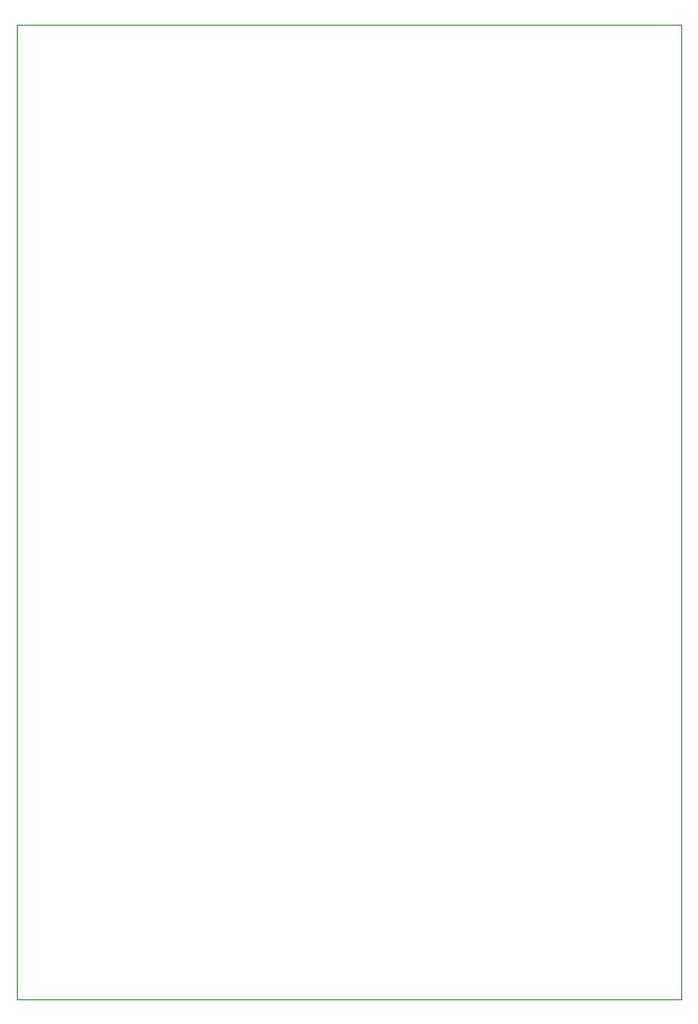
<source format=gm1>
G04 #@! TF.GenerationSoftware,KiCad,Pcbnew,5.1.10*
G04 #@! TF.CreationDate,2021-08-30T11:46:02-07:00*
G04 #@! TF.ProjectId,M68K-BREAKOUT,4d36384b-2d42-4524-9541-4b4f55542e6b,rev?*
G04 #@! TF.SameCoordinates,Original*
G04 #@! TF.FileFunction,Profile,NP*
%FSLAX46Y46*%
G04 Gerber Fmt 4.6, Leading zero omitted, Abs format (unit mm)*
G04 Created by KiCad (PCBNEW 5.1.10) date 2021-08-30 11:46:02*
%MOMM*%
%LPD*%
G01*
G04 APERTURE LIST*
G04 #@! TA.AperFunction,Profile*
%ADD10C,0.050000*%
G04 #@! TD*
G04 APERTURE END LIST*
D10*
X122745500Y-55689500D02*
X179705000Y-55689500D01*
X122745500Y-139255500D02*
X179705000Y-139255500D01*
X122745500Y-55689500D02*
X122745500Y-139255500D01*
X179705000Y-55689500D02*
X179705000Y-139255500D01*
M02*

</source>
